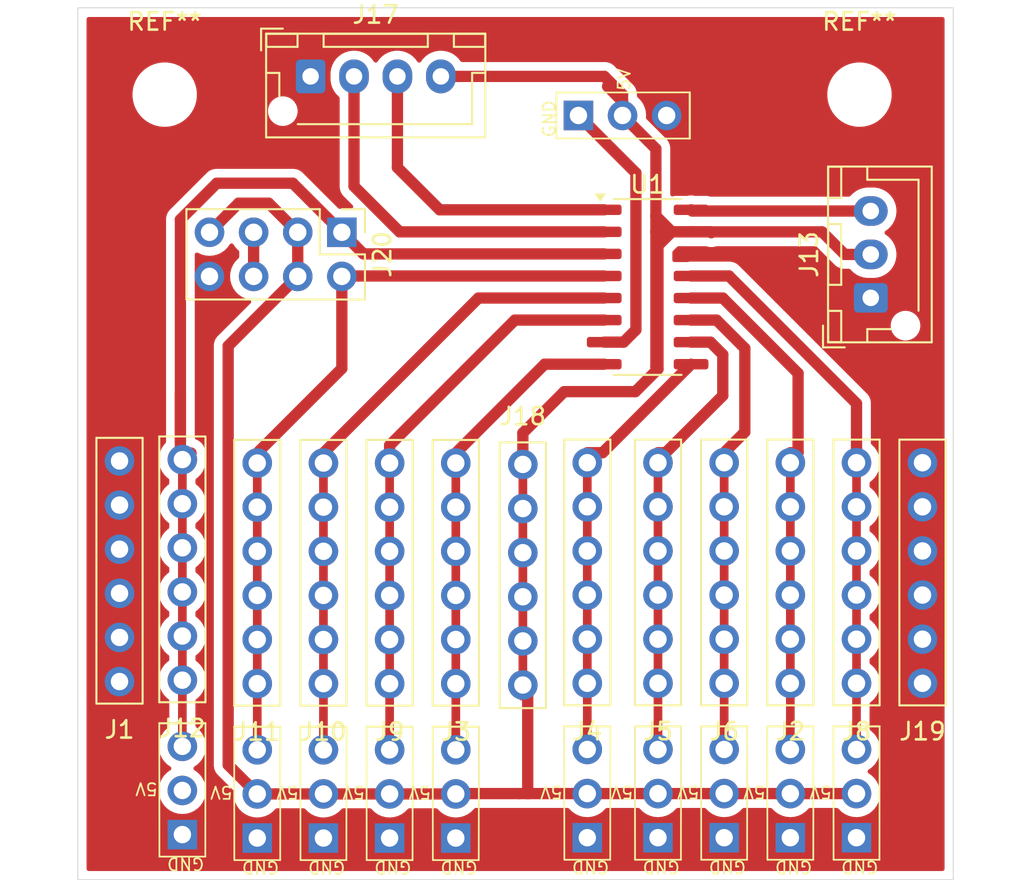
<source format=kicad_pcb>
(kicad_pcb
	(version 20240108)
	(generator "pcbnew")
	(generator_version "8.0")
	(general
		(thickness 1.6)
		(legacy_teardrops no)
	)
	(paper "A4")
	(layers
		(0 "F.Cu" signal)
		(31 "B.Cu" signal)
		(32 "B.Adhes" user "B.Adhesive")
		(33 "F.Adhes" user "F.Adhesive")
		(34 "B.Paste" user)
		(35 "F.Paste" user)
		(36 "B.SilkS" user "B.Silkscreen")
		(37 "F.SilkS" user "F.Silkscreen")
		(38 "B.Mask" user)
		(39 "F.Mask" user)
		(40 "Dwgs.User" user "User.Drawings")
		(41 "Cmts.User" user "User.Comments")
		(42 "Eco1.User" user "User.Eco1")
		(43 "Eco2.User" user "User.Eco2")
		(44 "Edge.Cuts" user)
		(45 "Margin" user)
		(46 "B.CrtYd" user "B.Courtyard")
		(47 "F.CrtYd" user "F.Courtyard")
		(48 "B.Fab" user)
		(49 "F.Fab" user)
		(50 "User.1" user)
		(51 "User.2" user)
		(52 "User.3" user)
		(53 "User.4" user)
		(54 "User.5" user)
		(55 "User.6" user)
		(56 "User.7" user)
		(57 "User.8" user)
		(58 "User.9" user)
	)
	(setup
		(stackup
			(layer "F.SilkS"
				(type "Top Silk Screen")
			)
			(layer "F.Paste"
				(type "Top Solder Paste")
			)
			(layer "F.Mask"
				(type "Top Solder Mask")
				(thickness 0.01)
			)
			(layer "F.Cu"
				(type "copper")
				(thickness 0.035)
			)
			(layer "dielectric 1"
				(type "core")
				(thickness 1.51)
				(material "FR4")
				(epsilon_r 4.5)
				(loss_tangent 0.02)
			)
			(layer "B.Cu"
				(type "copper")
				(thickness 0.035)
			)
			(layer "B.Mask"
				(type "Bottom Solder Mask")
				(thickness 0.01)
			)
			(layer "B.Paste"
				(type "Bottom Solder Paste")
			)
			(layer "B.SilkS"
				(type "Bottom Silk Screen")
			)
			(copper_finish "None")
			(dielectric_constraints no)
		)
		(pad_to_mask_clearance 0)
		(allow_soldermask_bridges_in_footprints no)
		(pcbplotparams
			(layerselection 0x0001000_ffffffff)
			(plot_on_all_layers_selection 0x0000000_00000000)
			(disableapertmacros yes)
			(usegerberextensions yes)
			(usegerberattributes yes)
			(usegerberadvancedattributes yes)
			(creategerberjobfile yes)
			(dashed_line_dash_ratio 12.000000)
			(dashed_line_gap_ratio 3.000000)
			(svgprecision 4)
			(plotframeref no)
			(viasonmask no)
			(mode 1)
			(useauxorigin no)
			(hpglpennumber 1)
			(hpglpenspeed 20)
			(hpglpendiameter 15.000000)
			(pdf_front_fp_property_popups yes)
			(pdf_back_fp_property_popups yes)
			(dxfpolygonmode yes)
			(dxfimperialunits yes)
			(dxfusepcbnewfont yes)
			(psnegative no)
			(psa4output no)
			(plotreference no)
			(plotvalue no)
			(plotfptext no)
			(plotinvisibletext no)
			(sketchpadsonfab no)
			(subtractmaskfromsilk no)
			(outputformat 1)
			(mirror no)
			(drillshape 0)
			(scaleselection 1)
			(outputdirectory "gerber/")
		)
	)
	(net 0 "")
	(net 1 "5V")
	(net 2 "GND")
	(net 3 "SWIO")
	(net 4 "SCL")
	(net 5 "SDA")
	(net 6 "PWM2")
	(net 7 "/PC7")
	(net 8 "/PC5")
	(net 9 "RC_IN")
	(net 10 "PWM1")
	(net 11 "/PD7")
	(net 12 "/PD6")
	(net 13 "/PA1")
	(net 14 "/PD5")
	(net 15 "/PA2")
	(net 16 "/PD4")
	(net 17 "Net-(J20-Pin_5)")
	(footprint "Stripe-ch32:Servo_pads" (layer "F.Cu") (at 1.017034 42.60044 180))
	(footprint "Connector_PinHeader_2.54mm:PinHeader_2x04_P2.54mm_Vertical" (layer "F.Cu") (at 10.199015 7.92533 -90))
	(footprint "Package_SO:SOP-16_3.9x9.9mm_P1.27mm" (layer "F.Cu") (at 27.804015 11.07533))
	(footprint "Stripe-ch32:stripe" (layer "F.Cu") (at 32.209015 27.54033 90))
	(footprint "Connector_JST:JST_XH_B4B-XH-AM_1x04_P2.50mm_Vertical" (layer "F.Cu") (at 8.399015 -1.04967))
	(footprint "Stripe-ch32:Servo_pads" (layer "F.Cu") (at 36.019015 42.78033 180))
	(footprint "Stripe-ch32:Servo_pads" (layer "F.Cu") (at 5.329015 42.80033 180))
	(footprint "Stripe-ch32:stripe" (layer "F.Cu") (at 16.759015 27.56033 90))
	(footprint "MountingHole:MountingHole_3.2mm_M3" (layer "F.Cu") (at 40 0))
	(footprint "Stripe-ch32:stripe" (layer "F.Cu") (at 36.019015 27.54033 90))
	(footprint "Stripe-ch32:stripe" (layer "F.Cu") (at 39.829015 27.54033 90))
	(footprint "Stripe-ch32:stripe" (layer "F.Cu") (at 9.139015 27.56033 90))
	(footprint "Stripe-ch32:Servo_pads" (layer "F.Cu") (at 23.819015 1.20033 90))
	(footprint "Stripe-ch32:stripe" (layer "F.Cu") (at -2.600985 27.44033 90))
	(footprint "Stripe-ch32:stripe" (layer "F.Cu") (at 12.949015 27.56033 90))
	(footprint "Stripe-ch32:Servo_pads" (layer "F.Cu") (at 32.209015 42.78033 180))
	(footprint "MountingHole:MountingHole_3.2mm_M3" (layer "F.Cu") (at 0 0))
	(footprint "Stripe-ch32:stripe" (layer "F.Cu") (at 24.329015 27.54033 90))
	(footprint "Stripe-ch32:Servo_pads" (layer "F.Cu") (at 9.139015 42.80033 180))
	(footprint "Stripe-ch32:stripe" (layer "F.Cu") (at 28.399015 27.54033 90))
	(footprint "Stripe-ch32:stripe" (layer "F.Cu") (at 1.017034 27.36044 90))
	(footprint "Stripe-ch32:Servo_pads" (layer "F.Cu") (at 39.829015 42.78033 180))
	(footprint "Stripe-ch32:Servo_pads" (layer "F.Cu") (at 16.759015 42.80033 180))
	(footprint "Stripe-ch32:stripe" (layer "F.Cu") (at 20.61951 27.640605 -90))
	(footprint "Stripe-ch32:Servo_pads" (layer "F.Cu") (at 28.399015 42.78033 180))
	(footprint "Stripe-ch32:stripe" (layer "F.Cu") (at 43.626733 27.541247 90))
	(footprint "Stripe-ch32:stripe" (layer "F.Cu") (at 5.329015 27.56033 90))
	(footprint "Connector_JST:JST_XH_B3B-XH-AM_1x03_P2.50mm_Vertical" (layer "F.Cu") (at 40.649015 11.70033 90))
	(footprint "Stripe-ch32:Servo_pads" (layer "F.Cu") (at 12.949015 42.80033 180))
	(footprint "Stripe-ch32:Servo_pads" (layer "F.Cu") (at 24.329015 42.78033 180))
	(gr_rect
		(start -5 -5)
		(end 45.399015 45.20033)
		(stroke
			(width 0.05)
			(type default)
		)
		(fill none)
		(layer "Edge.Cuts")
		(uuid "303295d6-c977-49c9-ba67-63731e697983")
	)
	(segment
		(start 28.279015 15.678984)
		(end 28.399015 15.798984)
		(width 0.65)
		(layer "F.Cu")
		(net 1)
		(uuid "041e657a-e643-45d8-a9e5-f629f740cea7")
	)
	(segment
		(start 28.279015 7.90033)
		(end 30.304015 7.90033)
		(width 0.65)
		(layer "F.Cu")
		(net 1)
		(uuid "0f8665a5-1a46-475d-9c5a-0811867425ab")
	)
	(segment
		(start 24.329015 40.24033)
		(end 20.899015 40.24033)
		(width 0.65)
		(layer "F.Cu")
		(net 1)
		(uuid "1d3a402f-9208-4c14-825a-7d88f9569966")
	)
	(segment
		(start 28.399015 15.798984)
		(end 27.097669 17.10033)
		(width 0.65)
		(layer "F.Cu")
		(net 1)
		(uuid "2a86fc34-939e-4293-9b10-b9a18d80fe08")
	)
	(segment
		(start 26.359015 0.39033)
		(end 25.494015 -0.47467)
		(width 0.65)
		(layer "F.Cu")
		(net 1)
		(uuid "2c50cc78-cf5c-45f0-a907-e6acbfc0b138")
	)
	(segment
		(start 5.984015 6.25033)
		(end 4.254015 6.25033)
		(width 0.65)
		(layer "F.Cu")
		(net 1)
		(uuid "2e7b12b8-4c79-4bc5-8654-3f84b3cfa306")
	)
	(segment
		(start 36.019015 40.24033)
		(end 39.829015 40.24033)
		(width 0.65)
		(layer "F.Cu")
		(net 1)
		(uuid "314ad16c-62bf-4198-95d9-28dc2fbb40b7")
	)
	(segment
		(start 29.191001 7.90033)
		(end 28.279015 6.988344)
		(width 0.65)
		(layer "F.Cu")
		(net 1)
		(uuid "3bb38ea5-f2f4-40cd-9e06-dda044bb2d9d")
	)
	(segment
		(start 26.359015 1.20033)
		(end 26.359015 -0.001751)
		(width 0.65)
		(layer "F.Cu")
		(net 1)
		(uuid "3ea93ddf-16f2-43f3-9dd0-f3e75a120d27")
	)
	(segment
		(start 16.779015 40.24033)
		(end 16.759015 40.26033)
		(width 0.65)
		(layer "F.Cu")
		(net 1)
		(uuid "3efe13e0-0cbe-457b-8844-a999eb5047e0")
	)
	(segment
		(start 32.209015 40.24033)
		(end 36.019015 40.24033)
		(width 0.65)
		(layer "F.Cu")
		(net 1)
		(uuid "44ab8787-c54a-428a-87c0-e2daf4f19ee2")
	)
	(segment
		(start 20.399015 40.24033)
		(end 16.779015 40.24033)
		(width 0.65)
		(layer "F.Cu")
		(net 1)
		(uuid "543617b3-c6b0-4b87-a30e-1ae04ef4fbea")
	)
	(segment
		(start 20.899015 34.565605)
		(end 20.61951 34.565605)
		(width 0.65)
		(layer "F.Cu")
		(net 1)
		(uuid "5bd6351d-2edb-4051-9bfb-d11c023e9e64")
	)
	(segment
		(start 12.949015 40.26033)
		(end 9.139015 40.26033)
		(width 0.65)
		(layer "F.Cu")
		(net 1)
		(uuid "66d30e67-8a84-4029-8100-bd5afa234be7")
	)
	(segment
		(start 28.279015 7.90033)
		(end 28.279015 15.678984)
		(width 0.65)
		(layer "F.Cu")
		(net 1)
		(uuid "68ecd35b-f169-4e64-83d6-af7ab20a52c8")
	)
	(segment
		(start 28.399015 40.24033)
		(end 32.209015 40.24033)
		(width 0.65)
		(layer "F.Cu")
		(net 1)
		(uuid "6cd11ca5-8259-48ef-8418-f71adfad61d3")
	)
	(segment
		(start 9.139015 40.26033)
		(end 6.399015 40.26033)
		(width 0.65)
		(layer "F.Cu")
		(net 1)
		(uuid "74478b07-aeea-4720-b771-87a9e66b4606")
	)
	(segment
		(start 3.654015 38.58533)
		(end 5.329015 40.26033)
		(width 0.65)
		(layer "F.Cu")
		(net 1)
		(uuid "7499daef-dd5e-4ffc-9ab6-8af0120b3748")
	)
	(segment
		(start 16.759015 40.26033)
		(end 12.949015 40.26033)
		(width 0.65)
		(layer "F.Cu")
		(net 1)
		(uuid "766414ce-bb9a-47de-a788-7983baff8302")
	)
	(segment
		(start 30.304015 7.90033)
		(end 29.191001 7.90033)
		(width 0.65)
		(layer "F.Cu")
		(net 1)
		(uuid "76971362-a7b4-4bb0-8138-a07d937bbaaa")
	)
	(segment
		(start 27.097669 17.10033)
		(end 22.999015 17.10033)
		(width 0.65)
		(layer "F.Cu")
		(net 1)
		(uuid "82ffb2cd-fe97-4a19-8299-f38134e56d9a")
	)
	(segment
		(start 26.359015 -0.001751)
		(end 25.311096 -1.04967)
		(width 0.65)
		(layer "F.Cu")
		(net 1)
		(uuid "87150b1a-3e84-430a-b816-802673f47a6f")
	)
	(segment
		(start 7.659015 10.46533)
		(end 7.659015 7.92533)
		(width 0.65)
		(layer "F.Cu")
		(net 1)
		(uuid "8926d46a-7c60-4e08-983d-c298633b7372")
	)
	(segment
		(start 7.659015 10.46533)
		(end 3.654015 14.47033)
		(width 0.65)
		(layer "F.Cu")
		(net 1)
		(uuid "8981fba5-aaba-452b-8701-7f6aa1041bb1")
	)
	(segment
		(start 20.61951 19.479835)
		(end 20.61951 20.715605)
		(width 0.65)
		(layer "F.Cu")
		(net 1)
		(uuid "8cfd17dc-3c27-469f-96ff-dbf8e344e0f0")
	)
	(segment
		(start 31.467029 7.95033)
		(end 31.417029 7.90033)
		(width 0.65)
		(layer "F.Cu")
		(net 1)
		(uuid "91d0ee2b-9d4b-4013-bf9b-0af9eba280d8")
	)
	(segment
		(start 20.899015 40.24033)
		(end 20.899015 34.565605)
		(width 0.65)
		(layer "F.Cu")
		(net 1)
		(uuid "a2bd5612-a1f5-48cd-88b4-747b8b668d88")
	)
	(segment
		(start 6.399015 40.26033)
		(end 5.329015 40.26033)
		(width 0.65)
		(layer "F.Cu")
		(net 1)
		(uuid "a3c4c716-a50f-4343-9a08-3cc5379cfa2b")
	)
	(segment
		(start 28.399015 8.692316)
		(end 28.399015 15.798984)
		(width 0.65)
		(layer "F.Cu")
		(net 1)
		(uuid "ae57f149-dfc7-405c-b7d0-edc8d087fea6")
	)
	(segment
		(start 7.659015 7.92533)
		(end 5.984015 6.25033)
		(width 0.65)
		(layer "F.Cu")
		(net 1)
		(uuid "b4e203b9-6a78-4052-8a6e-5bce4f5919f7")
	)
	(segment
		(start 4.254015 6.25033)
		(end 2.579015 7.92533)
		(width 0.65)
		(layer "F.Cu")
		(net 1)
		(uuid "c0becd58-619d-4b65-8f0f-758a4b6946a4")
	)
	(segment
		(start 22.999015 17.10033)
		(end 20.61951 19.479835)
		(width 0.65)
		(layer "F.Cu")
		(net 1)
		(uuid "c5032eda-4f34-4454-8147-1e6a9104df8c")
	)
	(segment
		(start 37.849015 7.90033)
		(end 30.304015 7.90033)
		(width 0.65)
		(layer "F.Cu")
		(net 1)
		(uuid "c5c4250d-0050-4e14-bc2f-e41446a9ba00")
	)
	(segment
		(start 26.359015 1.20033)
		(end 26.359015 0.39033)
		(width 0.65)
		(layer "F.Cu")
		(net 1)
		(uuid "c8b0901f-b53e-4ecb-987c-37d09b4423e9")
	)
	(segment
		(start 20.899015 40.24033)
		(end 20.399015 40.24033)
		(width 0.65)
		(layer "F.Cu")
		(net 1)
		(uuid "d4b9dc20-1dc9-434c-81b5-40aa1c282550")
	)
	(segment
		(start 28.279015 6.988344)
		(end 28.279015 3.12033)
		(width 0.65)
		(layer "F.Cu")
		(net 1)
		(uuid "d958c6bd-9c7a-47ad-b00c-524d9a6dadc3")
	)
	(segment
		(start 25.311096 -1.04967)
		(end 15.899015 -1.04967)
		(width 0.65)
		(layer "F.Cu")
		(net 1)
		(uuid "e0ce43f5-ed05-4ad8-a5be-6ff7346f32dc")
	)
	(segment
		(start 28.279015 3.12033)
		(end 26.359015 1.20033)
		(width 0.65)
		(layer "F.Cu")
		(net 1)
		(uuid "e2ba4eda-e7ff-4c1e-92e3-818a2bd213d4")
	)
	(segment
		(start 29.191001 7.90033)
		(end 28.399015 8.692316)
		(width 0.65)
		(layer "F.Cu")
		(net 1)
		(uuid "ec47e8e2-af48-45b4-8973-49717d1fcbe8")
	)
	(segment
		(start 39.149015 9.20033)
		(end 37.849015 7.90033)
		(width 0.65)
		(layer "F.Cu")
		(net 1)
		(uuid "ec73f468-db39-462f-baba-8a1b4e394a5b")
	)
	(segment
		(start 24.329015 40.24033)
		(end 28.399015 40.24033)
		(width 0.65)
		(layer "F.Cu")
		(net 1)
		(uuid "ed8473c7-24bd-4d0e-9c46-84fbfb45456d")
	)
	(segment
		(start 40.649015 9.20033)
		(end 39.149015 9.20033)
		(width 0.65)
		(layer "F.Cu")
		(net 1)
		(uuid "ef9c7b14-69fa-41e9-9f14-88bc39c335e7")
	)
	(segment
		(start 3.654015 14.47033)
		(end 3.654015 38.58533)
		(width 0.65)
		(layer "F.Cu")
		(net 1)
		(uuid "f3a82ede-5889-4068-827e-96ba0196c4fc")
	)
	(segment
		(start 28.279015 6.988344)
		(end 28.279015 7.90033)
		(width 0.65)
		(layer "F.Cu")
		(net 1)
		(uuid "fc1c390f-5fc9-4dba-b642-5a2564e96e3d")
	)
	(segment
		(start 30.304015 7.90033)
		(end 31.417029 7.90033)
		(width 0.65)
		(layer "F.Cu")
		(net 1)
		(uuid "fdb2aa67-cee1-4663-b638-056df70d4426")
	)
	(segment
		(start 26.417029 14.25033)
		(end 27.129015 13.538344)
		(width 0.65)
		(layer "F.Cu")
		(net 3)
		(uuid "2d9c91b8-841c-46a6-818d-a79c218c4b50")
	)
	(segment
		(start 27.129015 4.51033)
		(end 23.819015 1.20033)
		(width 0.65)
		(layer "F.Cu")
		(net 3)
		(uuid "478127b9-8a5c-429c-a982-051051d97a72")
	)
	(segment
		(start 27.129015 13.538344)
		(end 27.129015 4.51033)
		(width 0.65)
		(layer "F.Cu")
		(net 3)
		(uuid "b1f31179-185d-4817-a51c-be5f8243b5a2")
	)
	(segment
		(start 25.304015 14.25033)
		(end 26.417029 14.25033)
		(width 0.65)
		(layer "F.Cu")
		(net 3)
		(uuid "fe1b2c35-280a-434c-8b84-6dd768ede66a")
	)
	(segment
		(start 25.304015 7.90033)
		(end 13.524015 7.90033)
		(width 0.65)
		(layer "F.Cu")
		(net 4)
		(uuid "703c4b16-7e02-4d6a-9fcb-97c1c2e5c97b")
	)
	(segment
		(start 13.524015 7.90033)
		(end 10.899015 5.27533)
		(width 0.65)
		(layer "F.Cu")
		(net 4)
		(uuid "78ef2e54-2ebf-474a-8df6-24c3f44299d2")
	)
	(segment
		(start 10.899015 5.27533)
		(end 10.899015 -1.04967)
		(width 0.65)
		(layer "F.Cu")
		(net 4)
		(uuid "fa0fa5b6-3418-4b98-82b6-95489323ceb7")
	)
	(segment
		(start 15.829015 6.63033)
		(end 13.399015 4.20033)
		(width 0.65)
		(layer "F.Cu")
		(net 5)
		(uuid "501b2f94-34a2-49f6-b48d-f9088fbee736")
	)
	(segment
		(start 13.399015 4.20033)
		(end 13.399015 -1.04967)
		(width 0.65)
		(layer "F.Cu")
		(net 5)
		(uuid "6a453286-923c-4edc-8606-effa6d53831d")
	)
	(segment
		(start 15.829015 6.63033)
		(end 25.304015 6.63033)
		(width 0.65)
		(layer "F.Cu")
		(net 5)
		(uuid "b11d5a8a-6b66-4550-852c-96ce925a21f5")
	)
	(segment
		(start 25.304015 10.44033)
		(end 10.224015 10.44033)
		(width 0.65)
		(layer "F.Cu")
		(net 6)
		(uuid "4d226d92-ac70-4d15-b339-59d0e205d028")
	)
	(segment
		(start 5.329015 37.72033)
		(end 5.329015 34.11033)
		(width 0.5)
		(layer "F.Cu")
		(net 6)
		(uuid "506246c1-70a4-4e69-8b4a-99d5c9f12597")
	)
	(segment
		(start 10.224015 10.44033)
		(end 10.199015 10.46533)
		(width 0.65)
		(layer "F.Cu")
		(net 6)
		(uuid "7ebc4135-d66c-4597-9970-d078f1398b37")
	)
	(segment
		(start 10.199015 10.46533)
		(end 10.199015 15.76533)
		(width 0.65)
		(layer "F.Cu")
		(net 6)
		(uuid "c3637807-779b-43fb-bb7c-2c15d3f63f38")
	)
	(segment
		(start 10.199015 15.76533)
		(end 5.329015 20.63533)
		(width 0.65)
		(layer "F.Cu")
		(net 6)
		(uuid "d668c0bd-b932-4730-a54d-e6063b7f2a28")
	)
	(segment
		(start 20.158735 12.98033)
		(end 12.949015 20.19005)
		(width 0.65)
		(layer "F.Cu")
		(net 7)
		(uuid "296cc149-7030-4ff9-8c88-13889d7e0bd4")
	)
	(segment
		(start 25.304015 12.98033)
		(end 20.158735 12.98033)
		(width 0.65)
		(layer "F.Cu")
		(net 7)
		(uuid "6161b5bd-d27f-4569-9f23-eb377de8a1a6")
	)
	(segment
		(start 12.949015 20.19005)
		(end 12.949015 20.63533)
		(width 0.65)
		(layer "F.Cu")
		(net 7)
		(uuid "a5efdd36-e7ea-4d06-a7b5-ec1e3ebbc7cb")
	)
	(segment
		(start 12.949015 37.72033)
		(end 12.949015 34.11033)
		(width 0.5)
		(layer "F.Cu")
		(net 7)
		(uuid "ca93fb35-f5e9-4e69-81ee-88d29c916d71")
	)
	(segment
		(start 25.304015 11.71033)
		(end 18.064015 11.71033)
		(width 0.65)
		(layer "F.Cu")
		(net 8)
		(uuid "13d52d75-63b2-4949-9652-13e2c76ef179")
	)
	(segment
		(start 18.064015 11.71033)
		(end 9.139015 20.63533)
		(width 0.65)
		(layer "F.Cu")
		(net 8)
		(uuid "b373506f-8cd5-456b-88b6-9c13cb809301")
	)
	(segment
		(start 9.139015 37.72033)
		(end 9.139015 34.11033)
		(width 0.5)
		(layer "F.Cu")
		(net 8)
		(uuid "d07dcee8-ac60-4fc1-ac03-dd4fae7606ec")
	)
	(segment
		(start 30.374015 6.70033)
		(end 30.304015 6.63033)
		(width 0.65)
		(layer "F.Cu")
		(net 9)
		(uuid "7fd9d0f1-4b5e-42fb-91d6-22a6959d0225")
	)
	(segment
		(start 40.649015 6.70033)
		(end 30.374015 6.70033)
		(width 0.65)
		(layer "F.Cu")
		(net 9)
		(uuid "8508f17e-ebf2-446b-b2d8-ad01e07ddd48")
	)
	(segment
		(start 10.199015 7.92533)
		(end 7.374015 5.10033)
		(width 0.65)
		(layer "F.Cu")
		(net 10)
		(uuid "048ae486-337c-4beb-bc7d-a767bed3fc7b")
	)
	(segment
		(start 0.904015 17.20033)
		(end 0.904015 20.02033)
		(width 0.65)
		(layer "F.Cu")
		(net 10)
		(uuid "3f95e34f-4abc-4565-aea5-ca5bbffc54ee")
	)
	(segment
		(start 0.904015 20.46561)
		(end 1.073735 20.63533)
		(width 0.65)
		(layer "F.Cu")
		(net 10)
		(uuid "4c17021e-a4dc-4456-9e8c-1460cbacda74")
	)
	(segment
		(start 7.374015 5.10033)
		(end 2.999015 5.10033)
		(width 0.65)
		(layer "F.Cu")
		(net 10)
		(uuid "56789796-17f1-4fbd-995b-ff959956113e")
	)
	(segment
		(start 1.017034 37.52044)
		(end 1.017034 33.91044)
		(width 0.5)
		(layer "F.Cu")
		(net 10)
		(uuid "7e22c080-8222-4931-87a3-bca3d971c1ab")
	)
	(segment
		(start 0.904015 17.20033)
		(end 0.904015 20.46561)
		(width 0.65)
		(layer "F.Cu")
		(net 10)
		(uuid "96668812-2e84-4ab0-b89c-797f21eab5ec")
	)
	(segment
		(start 2.999015 5.10033)
		(end 0.904015 7.19533)
		(width 0.65)
		(layer "F.Cu")
		(net 10)
		(uuid "b27aee2d-dc5f-405b-b35a-0a4bda09277e")
	)
	(segment
		(start 1.073735 20.63533)
		(end 1.519015 20.63533)
		(width 0.65)
		(layer "F.Cu")
		(net 10)
		(uuid "cb0fba34-7fbe-4c50-a126-f1d92bd58541")
	)
	(segment
		(start 11.444015 9.17033)
		(end 10.199015 7.92533)
		(width 0.65)
		(layer "F.Cu")
		(net 10)
		(uuid "dc9c3b96-1b68-44c4-ace4-1f2626db3de7")
	)
	(segment
		(start 25.304015 9.17033)
		(end 11.444015 9.17033)
		(width 0.65)
		(layer "F.Cu")
		(net 10)
		(uuid "ddc03c30-817b-494f-a644-cd705e83fc1c")
	)
	(segment
		(start 0.904015 7.19533)
		(end 0.904015 17.20033)
		(width 0.65)
		(layer "F.Cu")
		(net 10)
		(uuid "fa11d006-a4f6-4b10-af73-5a35b2cb5696")
	)
	(segment
		(start 31.773375 12.98033)
		(end 33.399015 14.60597)
		(width 0.65)
		(layer "F.Cu")
		(net 11)
		(uuid "264fed00-4bb1-4540-b5bd-dd3a08b42bcb")
	)
	(segment
		(start 33.399015 19.42533)
		(end 32.209015 20.61533)
		(width 0.65)
		(layer "F.Cu")
		(net 11)
		(uuid "3a513385-338c-4afe-8ae4-39be740e1cf6")
	)
	(segment
		(start 30.304015 12.98033)
		(end 31.773375 12.98033)
		(width 0.65)
		(layer "F.Cu")
		(net 11)
		(uuid "cb07ab4d-60c0-4263-95f3-779ce41bd1c2")
	)
	(segment
		(start 32.209015 37.70033)
		(end 32.209015 34.09033)
		(width 0.5)
		(layer "F.Cu")
		(net 11)
		(uuid "cdf6cf24-f431-42fb-b50f-c972762e6833")
	)
	(segment
		(start 33.399015 14.60597)
		(end 33.399015 19.42533)
		(width 0.65)
		(layer "F.Cu")
		(net 11)
		(uuid "e5dd2a92-3eca-436d-aa29-8fcbf3b31ee3")
	)
	(segment
		(start 32.129015 17.33061)
		(end 28.844295 20.61533)
		(width 0.65)
		(layer "F.Cu")
		(net 12)
		(uuid "0bf773af-c18b-46db-a03f-c442cc56ffa3")
	)
	(segment
		(start 32.129015 14.962316)
		(end 32.129015 17.33061)
		(width 0.65)
		(layer "F.Cu")
		(net 12)
		(uuid "2acfe05e-1a1d-4364-8fc8-04f46e5628f1")
	)
	(segment
		(start 31.417029 14.25033)
		(end 32.129015 14.962316)
		(width 0.65)
		(layer "F.Cu")
		(net 12)
		(uuid "5fd46991-c0d6-4a5a-81b3-1bc5ea6acedd")
	)
	(segment
		(start 28.844295 20.61533)
		(end 28.399015 20.61533)
		(width 0.65)
		(l
... [41690 chars truncated]
</source>
